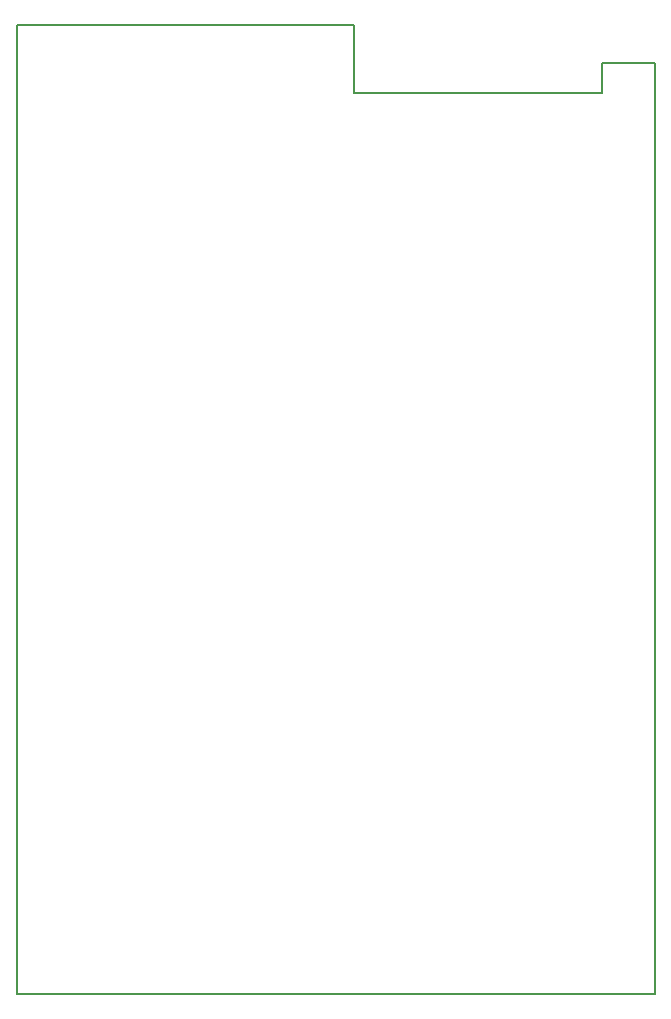
<source format=gm1>
G04 #@! TF.GenerationSoftware,KiCad,Pcbnew,(5.0.0-3-g5ebb6b6)*
G04 #@! TF.CreationDate,2018-08-02T21:25:15+02:00*
G04 #@! TF.ProjectId,esp32-sensornode,65737033322D73656E736F726E6F6465,rev?*
G04 #@! TF.SameCoordinates,Original*
G04 #@! TF.FileFunction,Profile,NP*
%FSLAX46Y46*%
G04 Gerber Fmt 4.6, Leading zero omitted, Abs format (unit mm)*
G04 Created by KiCad (PCBNEW (5.0.0-3-g5ebb6b6)) date Thursday, 02 August 2018 at 21:25:15*
%MOMM*%
%LPD*%
G01*
G04 APERTURE LIST*
%ADD10C,0.150000*%
G04 APERTURE END LIST*
D10*
X206375000Y-50800000D02*
X177800000Y-50800000D01*
X231800000Y-53975000D02*
X231800000Y-132800000D01*
X227330000Y-53975000D02*
X231800000Y-53975000D01*
X227330000Y-56515000D02*
X227330000Y-53975000D01*
X226695000Y-56515000D02*
X227330000Y-56515000D01*
X206375000Y-56515000D02*
X206375000Y-50800000D01*
X226695000Y-56515000D02*
X206375000Y-56515000D01*
X177800000Y-132800000D02*
X231800000Y-132800000D01*
X177800000Y-50800000D02*
X177800000Y-132800000D01*
M02*

</source>
